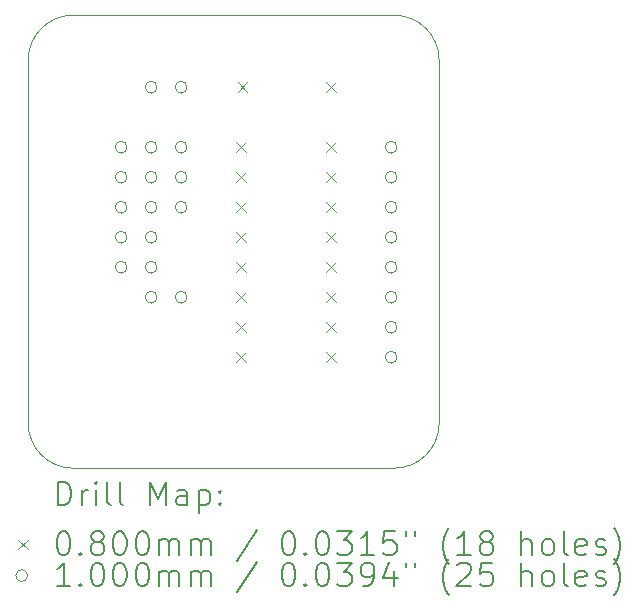
<source format=gbr>
%FSLAX45Y45*%
G04 Gerber Fmt 4.5, Leading zero omitted, Abs format (unit mm)*
G04 Created by KiCad (PCBNEW (6.0.0)) date 2022-11-09 00:12:58*
%MOMM*%
%LPD*%
G01*
G04 APERTURE LIST*
%TA.AperFunction,Profile*%
%ADD10C,0.100000*%
%TD*%
%ADD11C,0.200000*%
%ADD12C,0.080000*%
%ADD13C,0.100000*%
G04 APERTURE END LIST*
D10*
X15011400Y-10845800D02*
G75*
G03*
X15392400Y-10464800I0J381000D01*
G01*
X11912600Y-10464800D02*
G75*
G03*
X12293600Y-10845800I381000J0D01*
G01*
X12395200Y-10845800D02*
X12293600Y-10845800D01*
X11912600Y-10464800D02*
X11912600Y-7543800D01*
X12293600Y-7010400D02*
G75*
G03*
X11912600Y-7391400I0J-381000D01*
G01*
X15011400Y-10845800D02*
X12395200Y-10845800D01*
X15392400Y-8509000D02*
X15392400Y-9880600D01*
X15392400Y-7391400D02*
X15392400Y-8509000D01*
X15392400Y-9880600D02*
X15392400Y-10464800D01*
X12293600Y-7010400D02*
X15011400Y-7010400D01*
X11912600Y-7543800D02*
X11912600Y-7391400D01*
X15392400Y-7391400D02*
G75*
G03*
X15011400Y-7010400I-381000J0D01*
G01*
D11*
D12*
X13676000Y-8088000D02*
X13756000Y-8168000D01*
X13756000Y-8088000D02*
X13676000Y-8168000D01*
X13676000Y-8342000D02*
X13756000Y-8422000D01*
X13756000Y-8342000D02*
X13676000Y-8422000D01*
X13676000Y-8596000D02*
X13756000Y-8676000D01*
X13756000Y-8596000D02*
X13676000Y-8676000D01*
X13676000Y-8850000D02*
X13756000Y-8930000D01*
X13756000Y-8850000D02*
X13676000Y-8930000D01*
X13676000Y-9104000D02*
X13756000Y-9184000D01*
X13756000Y-9104000D02*
X13676000Y-9184000D01*
X13676000Y-9358000D02*
X13756000Y-9438000D01*
X13756000Y-9358000D02*
X13676000Y-9438000D01*
X13676000Y-9612000D02*
X13756000Y-9692000D01*
X13756000Y-9612000D02*
X13676000Y-9692000D01*
X13676000Y-9866000D02*
X13756000Y-9946000D01*
X13756000Y-9866000D02*
X13676000Y-9946000D01*
X13688000Y-7580000D02*
X13768000Y-7660000D01*
X13768000Y-7580000D02*
X13688000Y-7660000D01*
X14438000Y-7580000D02*
X14518000Y-7660000D01*
X14518000Y-7580000D02*
X14438000Y-7660000D01*
X14438000Y-8088000D02*
X14518000Y-8168000D01*
X14518000Y-8088000D02*
X14438000Y-8168000D01*
X14438000Y-8342000D02*
X14518000Y-8422000D01*
X14518000Y-8342000D02*
X14438000Y-8422000D01*
X14438000Y-8596000D02*
X14518000Y-8676000D01*
X14518000Y-8596000D02*
X14438000Y-8676000D01*
X14438000Y-8850000D02*
X14518000Y-8930000D01*
X14518000Y-8850000D02*
X14438000Y-8930000D01*
X14438000Y-9104000D02*
X14518000Y-9184000D01*
X14518000Y-9104000D02*
X14438000Y-9184000D01*
X14438000Y-9358000D02*
X14518000Y-9438000D01*
X14518000Y-9358000D02*
X14438000Y-9438000D01*
X14438000Y-9612000D02*
X14518000Y-9692000D01*
X14518000Y-9612000D02*
X14438000Y-9692000D01*
X14438000Y-9866000D02*
X14518000Y-9946000D01*
X14518000Y-9866000D02*
X14438000Y-9946000D01*
D13*
X12750000Y-8128000D02*
G75*
G03*
X12750000Y-8128000I-50000J0D01*
G01*
X12750000Y-8382000D02*
G75*
G03*
X12750000Y-8382000I-50000J0D01*
G01*
X12750000Y-8636000D02*
G75*
G03*
X12750000Y-8636000I-50000J0D01*
G01*
X12750000Y-8890000D02*
G75*
G03*
X12750000Y-8890000I-50000J0D01*
G01*
X12750000Y-9144000D02*
G75*
G03*
X12750000Y-9144000I-50000J0D01*
G01*
X13004000Y-7620000D02*
G75*
G03*
X13004000Y-7620000I-50000J0D01*
G01*
X13004000Y-8128000D02*
G75*
G03*
X13004000Y-8128000I-50000J0D01*
G01*
X13004000Y-8382000D02*
G75*
G03*
X13004000Y-8382000I-50000J0D01*
G01*
X13004000Y-8636000D02*
G75*
G03*
X13004000Y-8636000I-50000J0D01*
G01*
X13004000Y-8890000D02*
G75*
G03*
X13004000Y-8890000I-50000J0D01*
G01*
X13004000Y-9144000D02*
G75*
G03*
X13004000Y-9144000I-50000J0D01*
G01*
X13004000Y-9398000D02*
G75*
G03*
X13004000Y-9398000I-50000J0D01*
G01*
X13258000Y-7620000D02*
G75*
G03*
X13258000Y-7620000I-50000J0D01*
G01*
X13258000Y-8128000D02*
G75*
G03*
X13258000Y-8128000I-50000J0D01*
G01*
X13258000Y-8382000D02*
G75*
G03*
X13258000Y-8382000I-50000J0D01*
G01*
X13258000Y-8636000D02*
G75*
G03*
X13258000Y-8636000I-50000J0D01*
G01*
X13258000Y-9398000D02*
G75*
G03*
X13258000Y-9398000I-50000J0D01*
G01*
X15036000Y-8128000D02*
G75*
G03*
X15036000Y-8128000I-50000J0D01*
G01*
X15036000Y-8382000D02*
G75*
G03*
X15036000Y-8382000I-50000J0D01*
G01*
X15036000Y-8636000D02*
G75*
G03*
X15036000Y-8636000I-50000J0D01*
G01*
X15036000Y-8890000D02*
G75*
G03*
X15036000Y-8890000I-50000J0D01*
G01*
X15036000Y-9144000D02*
G75*
G03*
X15036000Y-9144000I-50000J0D01*
G01*
X15036000Y-9398000D02*
G75*
G03*
X15036000Y-9398000I-50000J0D01*
G01*
X15036000Y-9652000D02*
G75*
G03*
X15036000Y-9652000I-50000J0D01*
G01*
X15036000Y-9906000D02*
G75*
G03*
X15036000Y-9906000I-50000J0D01*
G01*
D11*
X12165219Y-11161276D02*
X12165219Y-10961276D01*
X12212838Y-10961276D01*
X12241409Y-10970800D01*
X12260457Y-10989848D01*
X12269981Y-11008895D01*
X12279505Y-11046990D01*
X12279505Y-11075562D01*
X12269981Y-11113657D01*
X12260457Y-11132705D01*
X12241409Y-11151752D01*
X12212838Y-11161276D01*
X12165219Y-11161276D01*
X12365219Y-11161276D02*
X12365219Y-11027943D01*
X12365219Y-11066038D02*
X12374743Y-11046990D01*
X12384267Y-11037467D01*
X12403314Y-11027943D01*
X12422362Y-11027943D01*
X12489028Y-11161276D02*
X12489028Y-11027943D01*
X12489028Y-10961276D02*
X12479505Y-10970800D01*
X12489028Y-10980324D01*
X12498552Y-10970800D01*
X12489028Y-10961276D01*
X12489028Y-10980324D01*
X12612838Y-11161276D02*
X12593790Y-11151752D01*
X12584267Y-11132705D01*
X12584267Y-10961276D01*
X12717600Y-11161276D02*
X12698552Y-11151752D01*
X12689028Y-11132705D01*
X12689028Y-10961276D01*
X12946171Y-11161276D02*
X12946171Y-10961276D01*
X13012838Y-11104133D01*
X13079505Y-10961276D01*
X13079505Y-11161276D01*
X13260457Y-11161276D02*
X13260457Y-11056514D01*
X13250933Y-11037467D01*
X13231886Y-11027943D01*
X13193790Y-11027943D01*
X13174743Y-11037467D01*
X13260457Y-11151752D02*
X13241409Y-11161276D01*
X13193790Y-11161276D01*
X13174743Y-11151752D01*
X13165219Y-11132705D01*
X13165219Y-11113657D01*
X13174743Y-11094610D01*
X13193790Y-11085086D01*
X13241409Y-11085086D01*
X13260457Y-11075562D01*
X13355695Y-11027943D02*
X13355695Y-11227943D01*
X13355695Y-11037467D02*
X13374743Y-11027943D01*
X13412838Y-11027943D01*
X13431886Y-11037467D01*
X13441409Y-11046990D01*
X13450933Y-11066038D01*
X13450933Y-11123181D01*
X13441409Y-11142229D01*
X13431886Y-11151752D01*
X13412838Y-11161276D01*
X13374743Y-11161276D01*
X13355695Y-11151752D01*
X13536648Y-11142229D02*
X13546171Y-11151752D01*
X13536648Y-11161276D01*
X13527124Y-11151752D01*
X13536648Y-11142229D01*
X13536648Y-11161276D01*
X13536648Y-11037467D02*
X13546171Y-11046990D01*
X13536648Y-11056514D01*
X13527124Y-11046990D01*
X13536648Y-11037467D01*
X13536648Y-11056514D01*
D12*
X11827600Y-11450800D02*
X11907600Y-11530800D01*
X11907600Y-11450800D02*
X11827600Y-11530800D01*
D11*
X12203314Y-11381276D02*
X12222362Y-11381276D01*
X12241409Y-11390800D01*
X12250933Y-11400324D01*
X12260457Y-11419371D01*
X12269981Y-11457467D01*
X12269981Y-11505086D01*
X12260457Y-11543181D01*
X12250933Y-11562228D01*
X12241409Y-11571752D01*
X12222362Y-11581276D01*
X12203314Y-11581276D01*
X12184267Y-11571752D01*
X12174743Y-11562228D01*
X12165219Y-11543181D01*
X12155695Y-11505086D01*
X12155695Y-11457467D01*
X12165219Y-11419371D01*
X12174743Y-11400324D01*
X12184267Y-11390800D01*
X12203314Y-11381276D01*
X12355695Y-11562228D02*
X12365219Y-11571752D01*
X12355695Y-11581276D01*
X12346171Y-11571752D01*
X12355695Y-11562228D01*
X12355695Y-11581276D01*
X12479505Y-11466990D02*
X12460457Y-11457467D01*
X12450933Y-11447943D01*
X12441409Y-11428895D01*
X12441409Y-11419371D01*
X12450933Y-11400324D01*
X12460457Y-11390800D01*
X12479505Y-11381276D01*
X12517600Y-11381276D01*
X12536648Y-11390800D01*
X12546171Y-11400324D01*
X12555695Y-11419371D01*
X12555695Y-11428895D01*
X12546171Y-11447943D01*
X12536648Y-11457467D01*
X12517600Y-11466990D01*
X12479505Y-11466990D01*
X12460457Y-11476514D01*
X12450933Y-11486038D01*
X12441409Y-11505086D01*
X12441409Y-11543181D01*
X12450933Y-11562228D01*
X12460457Y-11571752D01*
X12479505Y-11581276D01*
X12517600Y-11581276D01*
X12536648Y-11571752D01*
X12546171Y-11562228D01*
X12555695Y-11543181D01*
X12555695Y-11505086D01*
X12546171Y-11486038D01*
X12536648Y-11476514D01*
X12517600Y-11466990D01*
X12679505Y-11381276D02*
X12698552Y-11381276D01*
X12717600Y-11390800D01*
X12727124Y-11400324D01*
X12736648Y-11419371D01*
X12746171Y-11457467D01*
X12746171Y-11505086D01*
X12736648Y-11543181D01*
X12727124Y-11562228D01*
X12717600Y-11571752D01*
X12698552Y-11581276D01*
X12679505Y-11581276D01*
X12660457Y-11571752D01*
X12650933Y-11562228D01*
X12641409Y-11543181D01*
X12631886Y-11505086D01*
X12631886Y-11457467D01*
X12641409Y-11419371D01*
X12650933Y-11400324D01*
X12660457Y-11390800D01*
X12679505Y-11381276D01*
X12869981Y-11381276D02*
X12889028Y-11381276D01*
X12908076Y-11390800D01*
X12917600Y-11400324D01*
X12927124Y-11419371D01*
X12936648Y-11457467D01*
X12936648Y-11505086D01*
X12927124Y-11543181D01*
X12917600Y-11562228D01*
X12908076Y-11571752D01*
X12889028Y-11581276D01*
X12869981Y-11581276D01*
X12850933Y-11571752D01*
X12841409Y-11562228D01*
X12831886Y-11543181D01*
X12822362Y-11505086D01*
X12822362Y-11457467D01*
X12831886Y-11419371D01*
X12841409Y-11400324D01*
X12850933Y-11390800D01*
X12869981Y-11381276D01*
X13022362Y-11581276D02*
X13022362Y-11447943D01*
X13022362Y-11466990D02*
X13031886Y-11457467D01*
X13050933Y-11447943D01*
X13079505Y-11447943D01*
X13098552Y-11457467D01*
X13108076Y-11476514D01*
X13108076Y-11581276D01*
X13108076Y-11476514D02*
X13117600Y-11457467D01*
X13136648Y-11447943D01*
X13165219Y-11447943D01*
X13184267Y-11457467D01*
X13193790Y-11476514D01*
X13193790Y-11581276D01*
X13289028Y-11581276D02*
X13289028Y-11447943D01*
X13289028Y-11466990D02*
X13298552Y-11457467D01*
X13317600Y-11447943D01*
X13346171Y-11447943D01*
X13365219Y-11457467D01*
X13374743Y-11476514D01*
X13374743Y-11581276D01*
X13374743Y-11476514D02*
X13384267Y-11457467D01*
X13403314Y-11447943D01*
X13431886Y-11447943D01*
X13450933Y-11457467D01*
X13460457Y-11476514D01*
X13460457Y-11581276D01*
X13850933Y-11371752D02*
X13679505Y-11628895D01*
X14108076Y-11381276D02*
X14127124Y-11381276D01*
X14146171Y-11390800D01*
X14155695Y-11400324D01*
X14165219Y-11419371D01*
X14174743Y-11457467D01*
X14174743Y-11505086D01*
X14165219Y-11543181D01*
X14155695Y-11562228D01*
X14146171Y-11571752D01*
X14127124Y-11581276D01*
X14108076Y-11581276D01*
X14089028Y-11571752D01*
X14079505Y-11562228D01*
X14069981Y-11543181D01*
X14060457Y-11505086D01*
X14060457Y-11457467D01*
X14069981Y-11419371D01*
X14079505Y-11400324D01*
X14089028Y-11390800D01*
X14108076Y-11381276D01*
X14260457Y-11562228D02*
X14269981Y-11571752D01*
X14260457Y-11581276D01*
X14250933Y-11571752D01*
X14260457Y-11562228D01*
X14260457Y-11581276D01*
X14393790Y-11381276D02*
X14412838Y-11381276D01*
X14431886Y-11390800D01*
X14441409Y-11400324D01*
X14450933Y-11419371D01*
X14460457Y-11457467D01*
X14460457Y-11505086D01*
X14450933Y-11543181D01*
X14441409Y-11562228D01*
X14431886Y-11571752D01*
X14412838Y-11581276D01*
X14393790Y-11581276D01*
X14374743Y-11571752D01*
X14365219Y-11562228D01*
X14355695Y-11543181D01*
X14346171Y-11505086D01*
X14346171Y-11457467D01*
X14355695Y-11419371D01*
X14365219Y-11400324D01*
X14374743Y-11390800D01*
X14393790Y-11381276D01*
X14527124Y-11381276D02*
X14650933Y-11381276D01*
X14584267Y-11457467D01*
X14612838Y-11457467D01*
X14631886Y-11466990D01*
X14641409Y-11476514D01*
X14650933Y-11495562D01*
X14650933Y-11543181D01*
X14641409Y-11562228D01*
X14631886Y-11571752D01*
X14612838Y-11581276D01*
X14555695Y-11581276D01*
X14536648Y-11571752D01*
X14527124Y-11562228D01*
X14841409Y-11581276D02*
X14727124Y-11581276D01*
X14784267Y-11581276D02*
X14784267Y-11381276D01*
X14765219Y-11409848D01*
X14746171Y-11428895D01*
X14727124Y-11438419D01*
X15022362Y-11381276D02*
X14927124Y-11381276D01*
X14917600Y-11476514D01*
X14927124Y-11466990D01*
X14946171Y-11457467D01*
X14993790Y-11457467D01*
X15012838Y-11466990D01*
X15022362Y-11476514D01*
X15031886Y-11495562D01*
X15031886Y-11543181D01*
X15022362Y-11562228D01*
X15012838Y-11571752D01*
X14993790Y-11581276D01*
X14946171Y-11581276D01*
X14927124Y-11571752D01*
X14917600Y-11562228D01*
X15108076Y-11381276D02*
X15108076Y-11419371D01*
X15184267Y-11381276D02*
X15184267Y-11419371D01*
X15479505Y-11657467D02*
X15469981Y-11647943D01*
X15450933Y-11619371D01*
X15441409Y-11600324D01*
X15431886Y-11571752D01*
X15422362Y-11524133D01*
X15422362Y-11486038D01*
X15431886Y-11438419D01*
X15441409Y-11409848D01*
X15450933Y-11390800D01*
X15469981Y-11362228D01*
X15479505Y-11352705D01*
X15660457Y-11581276D02*
X15546171Y-11581276D01*
X15603314Y-11581276D02*
X15603314Y-11381276D01*
X15584267Y-11409848D01*
X15565219Y-11428895D01*
X15546171Y-11438419D01*
X15774743Y-11466990D02*
X15755695Y-11457467D01*
X15746171Y-11447943D01*
X15736648Y-11428895D01*
X15736648Y-11419371D01*
X15746171Y-11400324D01*
X15755695Y-11390800D01*
X15774743Y-11381276D01*
X15812838Y-11381276D01*
X15831886Y-11390800D01*
X15841409Y-11400324D01*
X15850933Y-11419371D01*
X15850933Y-11428895D01*
X15841409Y-11447943D01*
X15831886Y-11457467D01*
X15812838Y-11466990D01*
X15774743Y-11466990D01*
X15755695Y-11476514D01*
X15746171Y-11486038D01*
X15736648Y-11505086D01*
X15736648Y-11543181D01*
X15746171Y-11562228D01*
X15755695Y-11571752D01*
X15774743Y-11581276D01*
X15812838Y-11581276D01*
X15831886Y-11571752D01*
X15841409Y-11562228D01*
X15850933Y-11543181D01*
X15850933Y-11505086D01*
X15841409Y-11486038D01*
X15831886Y-11476514D01*
X15812838Y-11466990D01*
X16089028Y-11581276D02*
X16089028Y-11381276D01*
X16174743Y-11581276D02*
X16174743Y-11476514D01*
X16165219Y-11457467D01*
X16146171Y-11447943D01*
X16117600Y-11447943D01*
X16098552Y-11457467D01*
X16089028Y-11466990D01*
X16298552Y-11581276D02*
X16279505Y-11571752D01*
X16269981Y-11562228D01*
X16260457Y-11543181D01*
X16260457Y-11486038D01*
X16269981Y-11466990D01*
X16279505Y-11457467D01*
X16298552Y-11447943D01*
X16327124Y-11447943D01*
X16346171Y-11457467D01*
X16355695Y-11466990D01*
X16365219Y-11486038D01*
X16365219Y-11543181D01*
X16355695Y-11562228D01*
X16346171Y-11571752D01*
X16327124Y-11581276D01*
X16298552Y-11581276D01*
X16479505Y-11581276D02*
X16460457Y-11571752D01*
X16450933Y-11552705D01*
X16450933Y-11381276D01*
X16631886Y-11571752D02*
X16612838Y-11581276D01*
X16574743Y-11581276D01*
X16555695Y-11571752D01*
X16546171Y-11552705D01*
X16546171Y-11476514D01*
X16555695Y-11457467D01*
X16574743Y-11447943D01*
X16612838Y-11447943D01*
X16631886Y-11457467D01*
X16641409Y-11476514D01*
X16641409Y-11495562D01*
X16546171Y-11514609D01*
X16717600Y-11571752D02*
X16736648Y-11581276D01*
X16774743Y-11581276D01*
X16793790Y-11571752D01*
X16803314Y-11552705D01*
X16803314Y-11543181D01*
X16793790Y-11524133D01*
X16774743Y-11514609D01*
X16746171Y-11514609D01*
X16727124Y-11505086D01*
X16717600Y-11486038D01*
X16717600Y-11476514D01*
X16727124Y-11457467D01*
X16746171Y-11447943D01*
X16774743Y-11447943D01*
X16793790Y-11457467D01*
X16869981Y-11657467D02*
X16879505Y-11647943D01*
X16898552Y-11619371D01*
X16908076Y-11600324D01*
X16917600Y-11571752D01*
X16927124Y-11524133D01*
X16927124Y-11486038D01*
X16917600Y-11438419D01*
X16908076Y-11409848D01*
X16898552Y-11390800D01*
X16879505Y-11362228D01*
X16869981Y-11352705D01*
D13*
X11907600Y-11754800D02*
G75*
G03*
X11907600Y-11754800I-50000J0D01*
G01*
D11*
X12269981Y-11845276D02*
X12155695Y-11845276D01*
X12212838Y-11845276D02*
X12212838Y-11645276D01*
X12193790Y-11673848D01*
X12174743Y-11692895D01*
X12155695Y-11702419D01*
X12355695Y-11826228D02*
X12365219Y-11835752D01*
X12355695Y-11845276D01*
X12346171Y-11835752D01*
X12355695Y-11826228D01*
X12355695Y-11845276D01*
X12489028Y-11645276D02*
X12508076Y-11645276D01*
X12527124Y-11654800D01*
X12536648Y-11664324D01*
X12546171Y-11683371D01*
X12555695Y-11721467D01*
X12555695Y-11769086D01*
X12546171Y-11807181D01*
X12536648Y-11826228D01*
X12527124Y-11835752D01*
X12508076Y-11845276D01*
X12489028Y-11845276D01*
X12469981Y-11835752D01*
X12460457Y-11826228D01*
X12450933Y-11807181D01*
X12441409Y-11769086D01*
X12441409Y-11721467D01*
X12450933Y-11683371D01*
X12460457Y-11664324D01*
X12469981Y-11654800D01*
X12489028Y-11645276D01*
X12679505Y-11645276D02*
X12698552Y-11645276D01*
X12717600Y-11654800D01*
X12727124Y-11664324D01*
X12736648Y-11683371D01*
X12746171Y-11721467D01*
X12746171Y-11769086D01*
X12736648Y-11807181D01*
X12727124Y-11826228D01*
X12717600Y-11835752D01*
X12698552Y-11845276D01*
X12679505Y-11845276D01*
X12660457Y-11835752D01*
X12650933Y-11826228D01*
X12641409Y-11807181D01*
X12631886Y-11769086D01*
X12631886Y-11721467D01*
X12641409Y-11683371D01*
X12650933Y-11664324D01*
X12660457Y-11654800D01*
X12679505Y-11645276D01*
X12869981Y-11645276D02*
X12889028Y-11645276D01*
X12908076Y-11654800D01*
X12917600Y-11664324D01*
X12927124Y-11683371D01*
X12936648Y-11721467D01*
X12936648Y-11769086D01*
X12927124Y-11807181D01*
X12917600Y-11826228D01*
X12908076Y-11835752D01*
X12889028Y-11845276D01*
X12869981Y-11845276D01*
X12850933Y-11835752D01*
X12841409Y-11826228D01*
X12831886Y-11807181D01*
X12822362Y-11769086D01*
X12822362Y-11721467D01*
X12831886Y-11683371D01*
X12841409Y-11664324D01*
X12850933Y-11654800D01*
X12869981Y-11645276D01*
X13022362Y-11845276D02*
X13022362Y-11711943D01*
X13022362Y-11730990D02*
X13031886Y-11721467D01*
X13050933Y-11711943D01*
X13079505Y-11711943D01*
X13098552Y-11721467D01*
X13108076Y-11740514D01*
X13108076Y-11845276D01*
X13108076Y-11740514D02*
X13117600Y-11721467D01*
X13136648Y-11711943D01*
X13165219Y-11711943D01*
X13184267Y-11721467D01*
X13193790Y-11740514D01*
X13193790Y-11845276D01*
X13289028Y-11845276D02*
X13289028Y-11711943D01*
X13289028Y-11730990D02*
X13298552Y-11721467D01*
X13317600Y-11711943D01*
X13346171Y-11711943D01*
X13365219Y-11721467D01*
X13374743Y-11740514D01*
X13374743Y-11845276D01*
X13374743Y-11740514D02*
X13384267Y-11721467D01*
X13403314Y-11711943D01*
X13431886Y-11711943D01*
X13450933Y-11721467D01*
X13460457Y-11740514D01*
X13460457Y-11845276D01*
X13850933Y-11635752D02*
X13679505Y-11892895D01*
X14108076Y-11645276D02*
X14127124Y-11645276D01*
X14146171Y-11654800D01*
X14155695Y-11664324D01*
X14165219Y-11683371D01*
X14174743Y-11721467D01*
X14174743Y-11769086D01*
X14165219Y-11807181D01*
X14155695Y-11826228D01*
X14146171Y-11835752D01*
X14127124Y-11845276D01*
X14108076Y-11845276D01*
X14089028Y-11835752D01*
X14079505Y-11826228D01*
X14069981Y-11807181D01*
X14060457Y-11769086D01*
X14060457Y-11721467D01*
X14069981Y-11683371D01*
X14079505Y-11664324D01*
X14089028Y-11654800D01*
X14108076Y-11645276D01*
X14260457Y-11826228D02*
X14269981Y-11835752D01*
X14260457Y-11845276D01*
X14250933Y-11835752D01*
X14260457Y-11826228D01*
X14260457Y-11845276D01*
X14393790Y-11645276D02*
X14412838Y-11645276D01*
X14431886Y-11654800D01*
X14441409Y-11664324D01*
X14450933Y-11683371D01*
X14460457Y-11721467D01*
X14460457Y-11769086D01*
X14450933Y-11807181D01*
X14441409Y-11826228D01*
X14431886Y-11835752D01*
X14412838Y-11845276D01*
X14393790Y-11845276D01*
X14374743Y-11835752D01*
X14365219Y-11826228D01*
X14355695Y-11807181D01*
X14346171Y-11769086D01*
X14346171Y-11721467D01*
X14355695Y-11683371D01*
X14365219Y-11664324D01*
X14374743Y-11654800D01*
X14393790Y-11645276D01*
X14527124Y-11645276D02*
X14650933Y-11645276D01*
X14584267Y-11721467D01*
X14612838Y-11721467D01*
X14631886Y-11730990D01*
X14641409Y-11740514D01*
X14650933Y-11759562D01*
X14650933Y-11807181D01*
X14641409Y-11826228D01*
X14631886Y-11835752D01*
X14612838Y-11845276D01*
X14555695Y-11845276D01*
X14536648Y-11835752D01*
X14527124Y-11826228D01*
X14746171Y-11845276D02*
X14784267Y-11845276D01*
X14803314Y-11835752D01*
X14812838Y-11826228D01*
X14831886Y-11797657D01*
X14841409Y-11759562D01*
X14841409Y-11683371D01*
X14831886Y-11664324D01*
X14822362Y-11654800D01*
X14803314Y-11645276D01*
X14765219Y-11645276D01*
X14746171Y-11654800D01*
X14736648Y-11664324D01*
X14727124Y-11683371D01*
X14727124Y-11730990D01*
X14736648Y-11750038D01*
X14746171Y-11759562D01*
X14765219Y-11769086D01*
X14803314Y-11769086D01*
X14822362Y-11759562D01*
X14831886Y-11750038D01*
X14841409Y-11730990D01*
X15012838Y-11711943D02*
X15012838Y-11845276D01*
X14965219Y-11635752D02*
X14917600Y-11778609D01*
X15041409Y-11778609D01*
X15108076Y-11645276D02*
X15108076Y-11683371D01*
X15184267Y-11645276D02*
X15184267Y-11683371D01*
X15479505Y-11921467D02*
X15469981Y-11911943D01*
X15450933Y-11883371D01*
X15441409Y-11864324D01*
X15431886Y-11835752D01*
X15422362Y-11788133D01*
X15422362Y-11750038D01*
X15431886Y-11702419D01*
X15441409Y-11673848D01*
X15450933Y-11654800D01*
X15469981Y-11626228D01*
X15479505Y-11616705D01*
X15546171Y-11664324D02*
X15555695Y-11654800D01*
X15574743Y-11645276D01*
X15622362Y-11645276D01*
X15641409Y-11654800D01*
X15650933Y-11664324D01*
X15660457Y-11683371D01*
X15660457Y-11702419D01*
X15650933Y-11730990D01*
X15536648Y-11845276D01*
X15660457Y-11845276D01*
X15841409Y-11645276D02*
X15746171Y-11645276D01*
X15736648Y-11740514D01*
X15746171Y-11730990D01*
X15765219Y-11721467D01*
X15812838Y-11721467D01*
X15831886Y-11730990D01*
X15841409Y-11740514D01*
X15850933Y-11759562D01*
X15850933Y-11807181D01*
X15841409Y-11826228D01*
X15831886Y-11835752D01*
X15812838Y-11845276D01*
X15765219Y-11845276D01*
X15746171Y-11835752D01*
X15736648Y-11826228D01*
X16089028Y-11845276D02*
X16089028Y-11645276D01*
X16174743Y-11845276D02*
X16174743Y-11740514D01*
X16165219Y-11721467D01*
X16146171Y-11711943D01*
X16117600Y-11711943D01*
X16098552Y-11721467D01*
X16089028Y-11730990D01*
X16298552Y-11845276D02*
X16279505Y-11835752D01*
X16269981Y-11826228D01*
X16260457Y-11807181D01*
X16260457Y-11750038D01*
X16269981Y-11730990D01*
X16279505Y-11721467D01*
X16298552Y-11711943D01*
X16327124Y-11711943D01*
X16346171Y-11721467D01*
X16355695Y-11730990D01*
X16365219Y-11750038D01*
X16365219Y-11807181D01*
X16355695Y-11826228D01*
X16346171Y-11835752D01*
X16327124Y-11845276D01*
X16298552Y-11845276D01*
X16479505Y-11845276D02*
X16460457Y-11835752D01*
X16450933Y-11816705D01*
X16450933Y-11645276D01*
X16631886Y-11835752D02*
X16612838Y-11845276D01*
X16574743Y-11845276D01*
X16555695Y-11835752D01*
X16546171Y-11816705D01*
X16546171Y-11740514D01*
X16555695Y-11721467D01*
X16574743Y-11711943D01*
X16612838Y-11711943D01*
X16631886Y-11721467D01*
X16641409Y-11740514D01*
X16641409Y-11759562D01*
X16546171Y-11778609D01*
X16717600Y-11835752D02*
X16736648Y-11845276D01*
X16774743Y-11845276D01*
X16793790Y-11835752D01*
X16803314Y-11816705D01*
X16803314Y-11807181D01*
X16793790Y-11788133D01*
X16774743Y-11778609D01*
X16746171Y-11778609D01*
X16727124Y-11769086D01*
X16717600Y-11750038D01*
X16717600Y-11740514D01*
X16727124Y-11721467D01*
X16746171Y-11711943D01*
X16774743Y-11711943D01*
X16793790Y-11721467D01*
X16869981Y-11921467D02*
X16879505Y-11911943D01*
X16898552Y-11883371D01*
X16908076Y-11864324D01*
X16917600Y-11835752D01*
X16927124Y-11788133D01*
X16927124Y-11750038D01*
X16917600Y-11702419D01*
X16908076Y-11673848D01*
X16898552Y-11654800D01*
X16879505Y-11626228D01*
X16869981Y-11616705D01*
M02*

</source>
